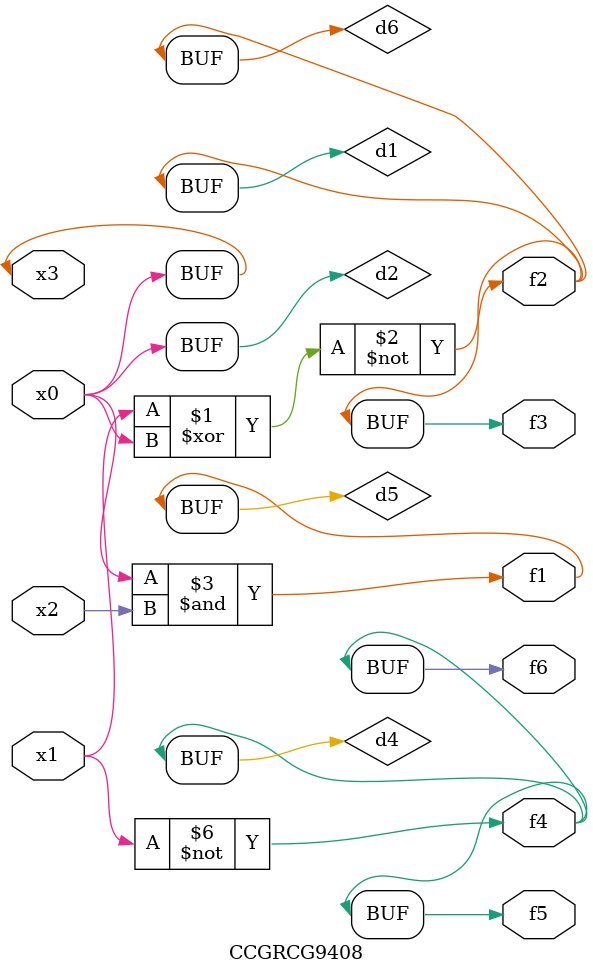
<source format=v>
module CCGRCG9408(
	input x0, x1, x2, x3,
	output f1, f2, f3, f4, f5, f6
);

	wire d1, d2, d3, d4, d5, d6;

	xnor (d1, x1, x3);
	buf (d2, x0, x3);
	nand (d3, x0, x2);
	not (d4, x1);
	nand (d5, d3);
	or (d6, d1);
	assign f1 = d5;
	assign f2 = d6;
	assign f3 = d6;
	assign f4 = d4;
	assign f5 = d4;
	assign f6 = d4;
endmodule

</source>
